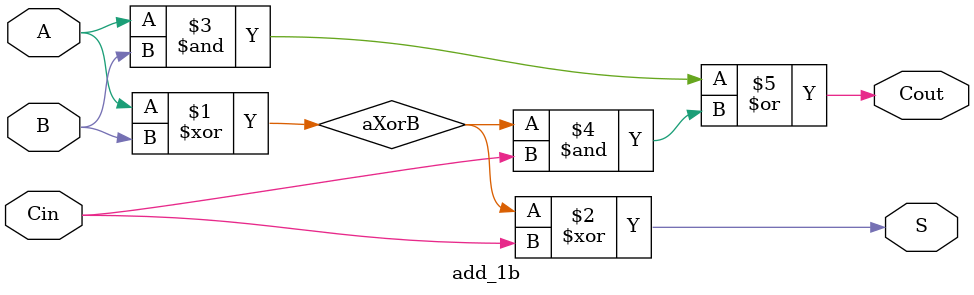
<source format=v>
module add_1b(A, B, Cin, S, Cout);

// I/Os.
input A, B, Cin;
output S, Cout;

// Intermediate wires.
wire aXorB;

// Pre-calculation logic.
assign aXorB = A ^ B;

// Core logic.
assign S = aXorB ^ Cin;
assign Cout = (A & B) | (aXorB & Cin);

endmodule
</source>
